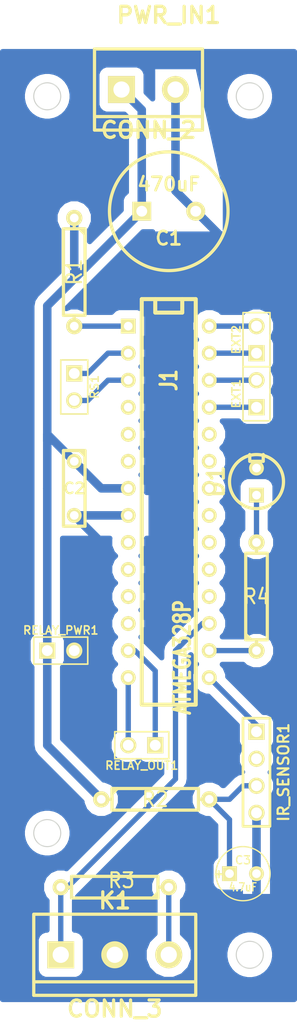
<source format=kicad_pcb>
(kicad_pcb (version 3) (host pcbnew "(2013-jul-07)-stable")

  (general
    (links 31)
    (no_connects 0)
    (area 196.215 103.6956 224.2946 200.4694)
    (thickness 1.6)
    (drawings 4)
    (tracks 53)
    (zones 0)
    (modules 17)
    (nets 18)
  )

  (page A3)
  (layers
    (15 F.Cu signal)
    (0 B.Cu signal)
    (17 F.Adhes user)
    (19 F.Paste user)
    (21 F.SilkS user)
    (23 F.Mask user)
    (28 Edge.Cuts user)
  )

  (setup
    (last_trace_width 0.8)
    (trace_clearance 0.8)
    (zone_clearance 0.8)
    (zone_45_only no)
    (trace_min 0.254)
    (segment_width 0.2)
    (edge_width 0.1)
    (via_size 0.889)
    (via_drill 0.635)
    (via_min_size 0.889)
    (via_min_drill 0.508)
    (uvia_size 0.508)
    (uvia_drill 0.127)
    (uvias_allowed no)
    (uvia_min_size 0.508)
    (uvia_min_drill 0.127)
    (pcb_text_width 0.3)
    (pcb_text_size 1.5 1.5)
    (mod_edge_width 0.15)
    (mod_text_size 1 1)
    (mod_text_width 0.15)
    (pad_size 1.5 1.5)
    (pad_drill 0.8)
    (pad_to_mask_clearance 0.2)
    (solder_mask_min_width 0.3)
    (aux_axis_origin 0 0)
    (visible_elements FFFFFFBF)
    (pcbplotparams
      (layerselection 10485761)
      (usegerberextensions false)
      (excludeedgelayer true)
      (linewidth 0.150000)
      (plotframeref false)
      (viasonmask false)
      (mode 1)
      (useauxorigin false)
      (hpglpennumber 1)
      (hpglpenspeed 20)
      (hpglpendiameter 15)
      (hpglpenoverlay 2)
      (psnegative false)
      (psa4output false)
      (plotreference true)
      (plotvalue true)
      (plotothertext true)
      (plotinvisibletext false)
      (padsonsilk false)
      (subtractmaskfromsilk false)
      (outputformat 5)
      (mirror false)
      (drillshape 0)
      (scaleselection 1)
      (outputdirectory output/))
  )

  (net 0 "")
  (net 1 /5V)
  (net 2 /A0)
  (net 3 /A1)
  (net 4 /EN_R1)
  (net 5 /EN_R2)
  (net 6 /IR)
  (net 7 /LED_EN)
  (net 8 /PWR_DIS)
  (net 9 /PWR_DIS_REMOTE)
  (net 10 /SCL)
  (net 11 /SDA)
  (net 12 GND)
  (net 13 N-0000017)
  (net 14 N-0000023)
  (net 15 N-0000028)
  (net 16 N-0000031)
  (net 17 N-0000032)

  (net_class Default "This is the default net class."
    (clearance 0.8)
    (trace_width 0.8)
    (via_dia 0.889)
    (via_drill 0.635)
    (uvia_dia 0.508)
    (uvia_drill 0.127)
    (add_net "")
    (add_net /5V)
    (add_net GND)
  )

  (net_class SIG ""
    (clearance 0.5)
    (trace_width 0.5)
    (via_dia 0.889)
    (via_drill 0.635)
    (uvia_dia 0.508)
    (uvia_drill 0.127)
    (add_net /A0)
    (add_net /A1)
    (add_net /EN_R1)
    (add_net /EN_R2)
    (add_net /IR)
    (add_net /LED_EN)
    (add_net /PWR_DIS)
    (add_net /PWR_DIS_REMOTE)
    (add_net /SCL)
    (add_net /SDA)
    (add_net N-0000017)
    (add_net N-0000023)
    (add_net N-0000028)
    (add_net N-0000031)
    (add_net N-0000032)
  )

  (module R4 (layer F.Cu) (tedit 200000) (tstamp 53945C99)
    (at 210.82 179.07)
    (descr "Resitance 4 pas")
    (tags R)
    (path /53945644)
    (autoplace_cost180 10)
    (fp_text reference R2 (at 0 0) (layer F.SilkS)
      (effects (font (size 1.397 1.27) (thickness 0.2032)))
    )
    (fp_text value 100R (at 0 0) (layer F.SilkS) hide
      (effects (font (size 1.397 1.27) (thickness 0.2032)))
    )
    (fp_line (start -5.08 0) (end -4.064 0) (layer F.SilkS) (width 0.3048))
    (fp_line (start -4.064 0) (end -4.064 -1.016) (layer F.SilkS) (width 0.3048))
    (fp_line (start -4.064 -1.016) (end 4.064 -1.016) (layer F.SilkS) (width 0.3048))
    (fp_line (start 4.064 -1.016) (end 4.064 1.016) (layer F.SilkS) (width 0.3048))
    (fp_line (start 4.064 1.016) (end -4.064 1.016) (layer F.SilkS) (width 0.3048))
    (fp_line (start -4.064 1.016) (end -4.064 0) (layer F.SilkS) (width 0.3048))
    (fp_line (start -4.064 -0.508) (end -3.556 -1.016) (layer F.SilkS) (width 0.3048))
    (fp_line (start 5.08 0) (end 4.064 0) (layer F.SilkS) (width 0.3048))
    (pad 1 thru_hole circle (at -5.08 0) (size 1.524 1.524) (drill 0.8128)
      (layers *.Cu *.Mask F.SilkS)
      (net 1 /5V)
    )
    (pad 2 thru_hole circle (at 5.08 0) (size 1.524 1.524) (drill 0.8128)
      (layers *.Cu *.Mask F.SilkS)
      (net 16 N-0000031)
    )
    (model discret/resistor.wrl
      (at (xyz 0 0 0))
      (scale (xyz 0.4 0.4 0.4))
      (rotate (xyz 0 0 0))
    )
  )

  (module R4 (layer F.Cu) (tedit 200000) (tstamp 53945CA7)
    (at 203.2 129.54 270)
    (descr "Resitance 4 pas")
    (tags R)
    (path /53945647)
    (autoplace_cost180 10)
    (fp_text reference R1 (at 0 0 270) (layer F.SilkS)
      (effects (font (size 1.397 1.27) (thickness 0.2032)))
    )
    (fp_text value 4.7K (at 0 0 270) (layer F.SilkS) hide
      (effects (font (size 1.397 1.27) (thickness 0.2032)))
    )
    (fp_line (start -5.08 0) (end -4.064 0) (layer F.SilkS) (width 0.3048))
    (fp_line (start -4.064 0) (end -4.064 -1.016) (layer F.SilkS) (width 0.3048))
    (fp_line (start -4.064 -1.016) (end 4.064 -1.016) (layer F.SilkS) (width 0.3048))
    (fp_line (start 4.064 -1.016) (end 4.064 1.016) (layer F.SilkS) (width 0.3048))
    (fp_line (start 4.064 1.016) (end -4.064 1.016) (layer F.SilkS) (width 0.3048))
    (fp_line (start -4.064 1.016) (end -4.064 0) (layer F.SilkS) (width 0.3048))
    (fp_line (start -4.064 -0.508) (end -3.556 -1.016) (layer F.SilkS) (width 0.3048))
    (fp_line (start 5.08 0) (end 4.064 0) (layer F.SilkS) (width 0.3048))
    (pad 1 thru_hole circle (at -5.08 0 270) (size 1.524 1.524) (drill 0.8128)
      (layers *.Cu *.Mask F.SilkS)
      (net 1 /5V)
    )
    (pad 2 thru_hole circle (at 5.08 0 270) (size 1.524 1.524) (drill 0.8128)
      (layers *.Cu *.Mask F.SilkS)
      (net 15 N-0000028)
    )
    (model discret/resistor.wrl
      (at (xyz 0 0 0))
      (scale (xyz 0.4 0.4 0.4))
      (rotate (xyz 0 0 0))
    )
  )

  (module R4 (layer F.Cu) (tedit 53945EBC) (tstamp 53945CB5)
    (at 207.01 187.325 180)
    (descr "Resitance 4 pas")
    (tags R)
    (path /53945DAC)
    (autoplace_cost180 10)
    (fp_text reference R3 (at -0.635 0.635 180) (layer F.SilkS)
      (effects (font (size 1.397 1.27) (thickness 0.2032)))
    )
    (fp_text value 10K (at 0 0 180) (layer F.SilkS) hide
      (effects (font (size 1.397 1.27) (thickness 0.2032)))
    )
    (fp_line (start -5.08 0) (end -4.064 0) (layer F.SilkS) (width 0.3048))
    (fp_line (start -4.064 0) (end -4.064 -1.016) (layer F.SilkS) (width 0.3048))
    (fp_line (start -4.064 -1.016) (end 4.064 -1.016) (layer F.SilkS) (width 0.3048))
    (fp_line (start 4.064 -1.016) (end 4.064 1.016) (layer F.SilkS) (width 0.3048))
    (fp_line (start 4.064 1.016) (end -4.064 1.016) (layer F.SilkS) (width 0.3048))
    (fp_line (start -4.064 1.016) (end -4.064 0) (layer F.SilkS) (width 0.3048))
    (fp_line (start -4.064 -0.508) (end -3.556 -1.016) (layer F.SilkS) (width 0.3048))
    (fp_line (start 5.08 0) (end 4.064 0) (layer F.SilkS) (width 0.3048))
    (pad 1 thru_hole circle (at -5.08 0 180) (size 1.524 1.524) (drill 0.8128)
      (layers *.Cu *.Mask F.SilkS)
      (net 9 /PWR_DIS_REMOTE)
    )
    (pad 2 thru_hole circle (at 5.08 0 180) (size 1.524 1.524) (drill 0.8128)
      (layers *.Cu *.Mask F.SilkS)
      (net 8 /PWR_DIS)
    )
    (model discret/resistor.wrl
      (at (xyz 0 0 0))
      (scale (xyz 0.4 0.4 0.4))
      (rotate (xyz 0 0 0))
    )
  )

  (module PIN_ARRAY_4x1 (layer F.Cu) (tedit 4C10F42E) (tstamp 53945CCD)
    (at 220.345 176.53 270)
    (descr "Double rangee de contacts 2 x 5 pins")
    (tags CONN)
    (path /53945914)
    (fp_text reference IR_SENSOR1 (at 0 -2.54 270) (layer F.SilkS)
      (effects (font (size 1.016 1.016) (thickness 0.2032)))
    )
    (fp_text value CONN_4 (at 0 2.54 270) (layer F.SilkS) hide
      (effects (font (size 1.016 1.016) (thickness 0.2032)))
    )
    (fp_line (start 5.08 1.27) (end -5.08 1.27) (layer F.SilkS) (width 0.254))
    (fp_line (start 5.08 -1.27) (end -5.08 -1.27) (layer F.SilkS) (width 0.254))
    (fp_line (start -5.08 -1.27) (end -5.08 1.27) (layer F.SilkS) (width 0.254))
    (fp_line (start 5.08 1.27) (end 5.08 -1.27) (layer F.SilkS) (width 0.254))
    (pad 1 thru_hole rect (at -3.81 0 270) (size 1.524 1.524) (drill 1.016)
      (layers *.Cu *.Mask F.SilkS)
      (net 6 /IR)
    )
    (pad 2 thru_hole circle (at -1.27 0 270) (size 1.524 1.524) (drill 1.016)
      (layers *.Cu *.Mask F.SilkS)
    )
    (pad 3 thru_hole circle (at 1.27 0 270) (size 1.524 1.524) (drill 1.016)
      (layers *.Cu *.Mask F.SilkS)
      (net 16 N-0000031)
    )
    (pad 4 thru_hole circle (at 3.81 0 270) (size 1.524 1.524) (drill 1.016)
      (layers *.Cu *.Mask F.SilkS)
      (net 12 GND)
    )
    (model pin_array\pins_array_4x1.wrl
      (at (xyz 0 0 0))
      (scale (xyz 1 1 1))
      (rotate (xyz 0 0 0))
    )
  )

  (module PIN_ARRAY_2X1 (layer F.Cu) (tedit 4565C520) (tstamp 53945CF9)
    (at 203.2 140.335 270)
    (descr "Connecteurs 2 pins")
    (tags "CONN DEV")
    (path /53945646)
    (fp_text reference RS1 (at 0 -1.905 270) (layer F.SilkS)
      (effects (font (size 0.762 0.762) (thickness 0.1524)))
    )
    (fp_text value CONN_2 (at 0 -1.905 270) (layer F.SilkS) hide
      (effects (font (size 0.762 0.762) (thickness 0.1524)))
    )
    (fp_line (start -2.54 1.27) (end -2.54 -1.27) (layer F.SilkS) (width 0.1524))
    (fp_line (start -2.54 -1.27) (end 2.54 -1.27) (layer F.SilkS) (width 0.1524))
    (fp_line (start 2.54 -1.27) (end 2.54 1.27) (layer F.SilkS) (width 0.1524))
    (fp_line (start 2.54 1.27) (end -2.54 1.27) (layer F.SilkS) (width 0.1524))
    (pad 1 thru_hole rect (at -1.27 0 270) (size 1.524 1.524) (drill 1.016)
      (layers *.Cu *.Mask F.SilkS)
      (net 17 N-0000032)
    )
    (pad 2 thru_hole circle (at 1.27 0 270) (size 1.524 1.524) (drill 1.016)
      (layers *.Cu *.Mask F.SilkS)
      (net 14 N-0000023)
    )
    (model pin_array/pins_array_2x1.wrl
      (at (xyz 0 0 0))
      (scale (xyz 1 1 1))
      (rotate (xyz 0 0 0))
    )
  )

  (module PIN_ARRAY_2X1 (layer F.Cu) (tedit 4565C520) (tstamp 53945D03)
    (at 220.345 135.89 90)
    (descr "Connecteurs 2 pins")
    (tags "CONN DEV")
    (path /5394564A)
    (fp_text reference EXT2 (at 0 -1.905 90) (layer F.SilkS)
      (effects (font (size 0.762 0.762) (thickness 0.1524)))
    )
    (fp_text value CONN_2 (at 0 -1.905 90) (layer F.SilkS) hide
      (effects (font (size 0.762 0.762) (thickness 0.1524)))
    )
    (fp_line (start -2.54 1.27) (end -2.54 -1.27) (layer F.SilkS) (width 0.1524))
    (fp_line (start -2.54 -1.27) (end 2.54 -1.27) (layer F.SilkS) (width 0.1524))
    (fp_line (start 2.54 -1.27) (end 2.54 1.27) (layer F.SilkS) (width 0.1524))
    (fp_line (start 2.54 1.27) (end -2.54 1.27) (layer F.SilkS) (width 0.1524))
    (pad 1 thru_hole rect (at -1.27 0 90) (size 1.524 1.524) (drill 1.016)
      (layers *.Cu *.Mask F.SilkS)
      (net 11 /SDA)
    )
    (pad 2 thru_hole circle (at 1.27 0 90) (size 1.524 1.524) (drill 1.016)
      (layers *.Cu *.Mask F.SilkS)
      (net 10 /SCL)
    )
    (model pin_array/pins_array_2x1.wrl
      (at (xyz 0 0 0))
      (scale (xyz 1 1 1))
      (rotate (xyz 0 0 0))
    )
  )

  (module PIN_ARRAY_2X1 (layer F.Cu) (tedit 4565C520) (tstamp 53945D0D)
    (at 220.345 140.97 90)
    (descr "Connecteurs 2 pins")
    (tags "CONN DEV")
    (path /53945AAE)
    (fp_text reference EXT1 (at 0 -1.905 90) (layer F.SilkS)
      (effects (font (size 0.762 0.762) (thickness 0.1524)))
    )
    (fp_text value CONN_2 (at 0 -1.905 90) (layer F.SilkS) hide
      (effects (font (size 0.762 0.762) (thickness 0.1524)))
    )
    (fp_line (start -2.54 1.27) (end -2.54 -1.27) (layer F.SilkS) (width 0.1524))
    (fp_line (start -2.54 -1.27) (end 2.54 -1.27) (layer F.SilkS) (width 0.1524))
    (fp_line (start 2.54 -1.27) (end 2.54 1.27) (layer F.SilkS) (width 0.1524))
    (fp_line (start 2.54 1.27) (end -2.54 1.27) (layer F.SilkS) (width 0.1524))
    (pad 1 thru_hole rect (at -1.27 0 90) (size 1.524 1.524) (drill 1.016)
      (layers *.Cu *.Mask F.SilkS)
      (net 2 /A0)
    )
    (pad 2 thru_hole circle (at 1.27 0 90) (size 1.524 1.524) (drill 1.016)
      (layers *.Cu *.Mask F.SilkS)
      (net 3 /A1)
    )
    (model pin_array/pins_array_2x1.wrl
      (at (xyz 0 0 0))
      (scale (xyz 1 1 1))
      (rotate (xyz 0 0 0))
    )
  )

  (module DIP-28__300 (layer F.Cu) (tedit 53945C96) (tstamp 53945D3E)
    (at 212.09 151.13 270)
    (descr "28 pins DIL package, round pads, width 300mil")
    (tags DIL)
    (path /5394563A)
    (fp_text reference J1 (at -11.43 0 270) (layer F.SilkS)
      (effects (font (size 1.524 1.143) (thickness 0.3048)))
    )
    (fp_text value ATMEGA328P (at 14.605 -1.27 270) (layer F.SilkS)
      (effects (font (size 1.524 1.143) (thickness 0.3048)))
    )
    (fp_line (start -19.05 -2.54) (end 19.05 -2.54) (layer F.SilkS) (width 0.381))
    (fp_line (start 19.05 -2.54) (end 19.05 2.54) (layer F.SilkS) (width 0.381))
    (fp_line (start 19.05 2.54) (end -19.05 2.54) (layer F.SilkS) (width 0.381))
    (fp_line (start -19.05 2.54) (end -19.05 -2.54) (layer F.SilkS) (width 0.381))
    (fp_line (start -19.05 -1.27) (end -17.78 -1.27) (layer F.SilkS) (width 0.381))
    (fp_line (start -17.78 -1.27) (end -17.78 1.27) (layer F.SilkS) (width 0.381))
    (fp_line (start -17.78 1.27) (end -19.05 1.27) (layer F.SilkS) (width 0.381))
    (pad 2 thru_hole circle (at -13.97 3.81 270) (size 1.397 1.397) (drill 0.8128)
      (layers *.Cu *.Mask F.SilkS)
      (net 17 N-0000032)
    )
    (pad 3 thru_hole circle (at -11.43 3.81 270) (size 1.397 1.397) (drill 0.8128)
      (layers *.Cu *.Mask F.SilkS)
      (net 14 N-0000023)
    )
    (pad 4 thru_hole circle (at -8.89 3.81 270) (size 1.397 1.397) (drill 0.8128)
      (layers *.Cu *.Mask F.SilkS)
    )
    (pad 5 thru_hole circle (at -6.35 3.81 270) (size 1.397 1.397) (drill 0.8128)
      (layers *.Cu *.Mask F.SilkS)
    )
    (pad 6 thru_hole circle (at -3.81 3.81 270) (size 1.397 1.397) (drill 0.8128)
      (layers *.Cu *.Mask F.SilkS)
    )
    (pad 7 thru_hole circle (at -1.27 3.81 270) (size 1.397 1.397) (drill 0.8128)
      (layers *.Cu *.Mask F.SilkS)
      (net 1 /5V)
    )
    (pad 8 thru_hole circle (at 1.27 3.81 270) (size 1.397 1.397) (drill 0.8128)
      (layers *.Cu *.Mask F.SilkS)
      (net 12 GND)
    )
    (pad 9 thru_hole circle (at 3.81 3.81 270) (size 1.397 1.397) (drill 0.8128)
      (layers *.Cu *.Mask F.SilkS)
    )
    (pad 10 thru_hole circle (at 6.35 3.81 270) (size 1.397 1.397) (drill 0.8128)
      (layers *.Cu *.Mask F.SilkS)
    )
    (pad 11 thru_hole circle (at 8.89 3.81 270) (size 1.397 1.397) (drill 0.8128)
      (layers *.Cu *.Mask F.SilkS)
    )
    (pad 12 thru_hole circle (at 11.43 3.81 270) (size 1.397 1.397) (drill 0.8128)
      (layers *.Cu *.Mask F.SilkS)
    )
    (pad 13 thru_hole circle (at 13.97 3.81 270) (size 1.397 1.397) (drill 0.8128)
      (layers *.Cu *.Mask F.SilkS)
      (net 4 /EN_R1)
    )
    (pad 14 thru_hole circle (at 16.51 3.81 270) (size 1.397 1.397) (drill 0.8128)
      (layers *.Cu *.Mask F.SilkS)
      (net 5 /EN_R2)
    )
    (pad 1 thru_hole rect (at -16.51 3.81 270) (size 1.397 1.397) (drill 0.8128)
      (layers *.Cu *.Mask F.SilkS)
      (net 15 N-0000028)
    )
    (pad 15 thru_hole circle (at 16.51 -3.81 270) (size 1.397 1.397) (drill 0.8128)
      (layers *.Cu *.Mask F.SilkS)
      (net 6 /IR)
    )
    (pad 16 thru_hole circle (at 13.97 -3.81 270) (size 1.397 1.397) (drill 0.8128)
      (layers *.Cu *.Mask F.SilkS)
      (net 7 /LED_EN)
    )
    (pad 17 thru_hole circle (at 11.43 -3.81 270) (size 1.397 1.397) (drill 0.8128)
      (layers *.Cu *.Mask F.SilkS)
      (net 8 /PWR_DIS)
    )
    (pad 18 thru_hole circle (at 8.89 -3.81 270) (size 1.397 1.397) (drill 0.8128)
      (layers *.Cu *.Mask F.SilkS)
    )
    (pad 19 thru_hole circle (at 6.35 -3.81 270) (size 1.397 1.397) (drill 0.8128)
      (layers *.Cu *.Mask F.SilkS)
    )
    (pad 20 thru_hole circle (at 3.81 -3.81 270) (size 1.397 1.397) (drill 0.8128)
      (layers *.Cu *.Mask F.SilkS)
    )
    (pad 21 thru_hole circle (at 1.27 -3.81 270) (size 1.397 1.397) (drill 0.8128)
      (layers *.Cu *.Mask F.SilkS)
    )
    (pad 22 thru_hole circle (at -1.27 -3.81 270) (size 1.397 1.397) (drill 0.8128)
      (layers *.Cu *.Mask F.SilkS)
    )
    (pad 23 thru_hole circle (at -3.81 -3.81 270) (size 1.397 1.397) (drill 0.8128)
      (layers *.Cu *.Mask F.SilkS)
    )
    (pad 24 thru_hole circle (at -6.35 -3.81 270) (size 1.397 1.397) (drill 0.8128)
      (layers *.Cu *.Mask F.SilkS)
    )
    (pad 25 thru_hole circle (at -8.89 -3.81 270) (size 1.397 1.397) (drill 0.8128)
      (layers *.Cu *.Mask F.SilkS)
      (net 2 /A0)
    )
    (pad 26 thru_hole circle (at -11.43 -3.81 270) (size 1.397 1.397) (drill 0.8128)
      (layers *.Cu *.Mask F.SilkS)
      (net 3 /A1)
    )
    (pad 27 thru_hole circle (at -13.97 -3.81 270) (size 1.397 1.397) (drill 0.8128)
      (layers *.Cu *.Mask F.SilkS)
      (net 11 /SDA)
    )
    (pad 28 thru_hole circle (at -16.51 -3.81 270) (size 1.397 1.397) (drill 0.8128)
      (layers *.Cu *.Mask F.SilkS)
      (net 10 /SCL)
    )
    (model dil/dil_28-w300.wrl
      (at (xyz 0 0 0))
      (scale (xyz 1 1 1))
      (rotate (xyz 0 0 0))
    )
  )

  (module C2V10 (layer F.Cu) (tedit 41854742) (tstamp 53945D45)
    (at 212.09 123.825)
    (descr "Condensateur polarise")
    (tags CP)
    (path /5394565C)
    (fp_text reference C1 (at 0 2.54) (layer F.SilkS)
      (effects (font (size 1.27 1.27) (thickness 0.254)))
    )
    (fp_text value 470uF (at 0 -2.54) (layer F.SilkS)
      (effects (font (size 1.27 1.27) (thickness 0.254)))
    )
    (fp_circle (center 0 0) (end 4.826 -2.794) (layer F.SilkS) (width 0.3048))
    (pad 1 thru_hole rect (at -2.54 0) (size 1.778 1.778) (drill 1.016)
      (layers *.Cu *.Mask F.SilkS)
      (net 1 /5V)
    )
    (pad 2 thru_hole circle (at 2.54 0) (size 1.778 1.778) (drill 1.016)
      (layers *.Cu *.Mask F.SilkS)
      (net 12 GND)
    )
    (model discret/c_vert_c2v10.wrl
      (at (xyz 0 0 0))
      (scale (xyz 1 1 1))
      (rotate (xyz 0 0 0))
    )
  )

  (module C2 (layer F.Cu) (tedit 53945F91) (tstamp 53945D50)
    (at 203.2 149.86 270)
    (descr "Condensateur = 2 pas")
    (tags C)
    (path /5394563E)
    (fp_text reference C2 (at 0 0 360) (layer F.SilkS)
      (effects (font (size 1.016 1.016) (thickness 0.2032)))
    )
    (fp_text value 100nF (at 0 0 270) (layer F.SilkS) hide
      (effects (font (size 1.016 1.016) (thickness 0.2032)))
    )
    (fp_line (start -3.556 -1.016) (end 3.556 -1.016) (layer F.SilkS) (width 0.3048))
    (fp_line (start 3.556 -1.016) (end 3.556 1.016) (layer F.SilkS) (width 0.3048))
    (fp_line (start 3.556 1.016) (end -3.556 1.016) (layer F.SilkS) (width 0.3048))
    (fp_line (start -3.556 1.016) (end -3.556 -1.016) (layer F.SilkS) (width 0.3048))
    (fp_line (start -3.556 -0.508) (end -3.048 -1.016) (layer F.SilkS) (width 0.3048))
    (pad 1 thru_hole circle (at -2.54 0 270) (size 1.397 1.397) (drill 0.8128)
      (layers *.Cu *.Mask F.SilkS)
      (net 1 /5V)
    )
    (pad 2 thru_hole circle (at 2.54 0 270) (size 1.397 1.397) (drill 0.8128)
      (layers *.Cu *.Mask F.SilkS)
      (net 12 GND)
    )
    (model discret/capa_2pas_5x5mm.wrl
      (at (xyz 0 0 0))
      (scale (xyz 1 1 1))
      (rotate (xyz 0 0 0))
    )
  )

  (module C1V5 (layer F.Cu) (tedit 3E070CF4) (tstamp 53945D58)
    (at 219.075 186.055)
    (descr "Condensateur e = 1 pas")
    (tags C)
    (path /53945643)
    (fp_text reference C3 (at 0 -1.26746) (layer F.SilkS)
      (effects (font (size 0.762 0.762) (thickness 0.127)))
    )
    (fp_text value 4.7uF (at 0 1.27) (layer F.SilkS)
      (effects (font (size 0.762 0.635) (thickness 0.127)))
    )
    (fp_text user + (at -2.286 0) (layer F.SilkS)
      (effects (font (size 0.762 0.762) (thickness 0.2032)))
    )
    (fp_circle (center 0 0) (end 0.127 -2.54) (layer F.SilkS) (width 0.127))
    (pad 1 thru_hole rect (at -1.27 0) (size 1.397 1.397) (drill 0.8128)
      (layers *.Cu *.Mask F.SilkS)
      (net 16 N-0000031)
    )
    (pad 2 thru_hole circle (at 1.27 0) (size 1.397 1.397) (drill 0.8128)
      (layers *.Cu *.Mask F.SilkS)
      (net 12 GND)
    )
    (model discret/c_vert_c1v5.wrl
      (at (xyz 0 0 0))
      (scale (xyz 1 1 1))
      (rotate (xyz 0 0 0))
    )
  )

  (module bornier2 (layer F.Cu) (tedit 5394610F) (tstamp 53945D6E)
    (at 210.185 112.395)
    (descr "Bornier d'alimentation 2 pins")
    (tags DEV)
    (path /53945649)
    (fp_text reference PWR_IN1 (at 1.905 -6.985) (layer F.SilkS)
      (effects (font (size 1.524 1.524) (thickness 0.3048)))
    )
    (fp_text value CONN_2 (at 0 3.81) (layer F.SilkS)
      (effects (font (size 1.524 1.524) (thickness 0.3048)))
    )
    (fp_line (start 5.08 2.54) (end -5.08 2.54) (layer F.SilkS) (width 0.3048))
    (fp_line (start 5.08 3.81) (end 5.08 -3.81) (layer F.SilkS) (width 0.3048))
    (fp_line (start 5.08 -3.81) (end -5.08 -3.81) (layer F.SilkS) (width 0.3048))
    (fp_line (start -5.08 -3.81) (end -5.08 3.81) (layer F.SilkS) (width 0.3048))
    (fp_line (start -5.08 3.81) (end 5.08 3.81) (layer F.SilkS) (width 0.3048))
    (pad 1 thru_hole rect (at -2.54 0) (size 2.54 2.54) (drill 1.524)
      (layers *.Cu *.Mask F.SilkS)
      (net 1 /5V)
    )
    (pad 2 thru_hole circle (at 2.54 0) (size 2.54 2.54) (drill 1.524)
      (layers *.Cu *.Mask F.SilkS)
      (net 12 GND)
    )
    (model device/bornier_2.wrl
      (at (xyz 0 0 0))
      (scale (xyz 1 1 1))
      (rotate (xyz 0 0 0))
    )
  )

  (module R4 (layer F.Cu) (tedit 53946829) (tstamp 53945E12)
    (at 220.345 160.02 90)
    (descr "Resitance 4 pas")
    (tags R)
    (path /53946C3B)
    (autoplace_cost180 10)
    (fp_text reference R4 (at 0 0 180) (layer F.SilkS)
      (effects (font (size 1.397 1.27) (thickness 0.2032)))
    )
    (fp_text value 680R (at 0 0 90) (layer F.SilkS) hide
      (effects (font (size 1.397 1.27) (thickness 0.2032)))
    )
    (fp_line (start -5.08 0) (end -4.064 0) (layer F.SilkS) (width 0.3048))
    (fp_line (start -4.064 0) (end -4.064 -1.016) (layer F.SilkS) (width 0.3048))
    (fp_line (start -4.064 -1.016) (end 4.064 -1.016) (layer F.SilkS) (width 0.3048))
    (fp_line (start 4.064 -1.016) (end 4.064 1.016) (layer F.SilkS) (width 0.3048))
    (fp_line (start 4.064 1.016) (end -4.064 1.016) (layer F.SilkS) (width 0.3048))
    (fp_line (start -4.064 1.016) (end -4.064 0) (layer F.SilkS) (width 0.3048))
    (fp_line (start -4.064 -0.508) (end -3.556 -1.016) (layer F.SilkS) (width 0.3048))
    (fp_line (start 5.08 0) (end 4.064 0) (layer F.SilkS) (width 0.3048))
    (pad 1 thru_hole circle (at -5.08 0 90) (size 1.524 1.524) (drill 0.8128)
      (layers *.Cu *.Mask F.SilkS)
      (net 7 /LED_EN)
    )
    (pad 2 thru_hole circle (at 5.08 0 90) (size 1.524 1.524) (drill 0.8128)
      (layers *.Cu *.Mask F.SilkS)
      (net 13 N-0000017)
    )
    (model discret/resistor.wrl
      (at (xyz 0 0 0))
      (scale (xyz 0.4 0.4 0.4))
      (rotate (xyz 0 0 0))
    )
  )

  (module LEDV (layer F.Cu) (tedit 200000) (tstamp 53945E1C)
    (at 220.345 149.225 90)
    (descr "Led verticale diam 6mm")
    (tags "LED DEV")
    (path /53946C43)
    (fp_text reference D1 (at 0 -3.81 90) (layer F.SilkS)
      (effects (font (size 1.524 1.524) (thickness 0.3048)))
    )
    (fp_text value LED (at 0 -3.81 90) (layer F.SilkS) hide
      (effects (font (size 1.524 1.524) (thickness 0.3048)))
    )
    (fp_circle (center 0 0) (end -2.54 0) (layer F.SilkS) (width 0.3048))
    (fp_line (start 2.54 -0.635) (end 1.905 -0.635) (layer F.SilkS) (width 0.3048))
    (fp_line (start 1.905 -0.635) (end 1.905 0.635) (layer F.SilkS) (width 0.3048))
    (fp_line (start 1.905 0.635) (end 2.54 0.635) (layer F.SilkS) (width 0.3048))
    (pad 1 thru_hole rect (at -1.27 0 90) (size 1.397 1.397) (drill 0.8128)
      (layers *.Cu *.Mask F.SilkS)
      (net 13 N-0000017)
    )
    (pad 2 thru_hole circle (at 1.27 0 90) (size 1.397 1.397) (drill 0.8128)
      (layers *.Cu *.Mask F.SilkS)
      (net 12 GND)
    )
    (model discret/led5_vertical.wrl
      (at (xyz 0 0 0))
      (scale (xyz 1 1 1))
      (rotate (xyz 0 0 0))
    )
  )

  (module PIN_ARRAY_2X1 (layer F.Cu) (tedit 4565C520) (tstamp 53946068)
    (at 201.93 165.1)
    (descr "Connecteurs 2 pins")
    (tags "CONN DEV")
    (path /53947005)
    (fp_text reference RELAY_PWR1 (at 0 -1.905) (layer F.SilkS)
      (effects (font (size 0.762 0.762) (thickness 0.1524)))
    )
    (fp_text value CONN_2 (at 0 -1.905) (layer F.SilkS) hide
      (effects (font (size 0.762 0.762) (thickness 0.1524)))
    )
    (fp_line (start -2.54 1.27) (end -2.54 -1.27) (layer F.SilkS) (width 0.1524))
    (fp_line (start -2.54 -1.27) (end 2.54 -1.27) (layer F.SilkS) (width 0.1524))
    (fp_line (start 2.54 -1.27) (end 2.54 1.27) (layer F.SilkS) (width 0.1524))
    (fp_line (start 2.54 1.27) (end -2.54 1.27) (layer F.SilkS) (width 0.1524))
    (pad 1 thru_hole rect (at -1.27 0) (size 1.524 1.524) (drill 1.016)
      (layers *.Cu *.Mask F.SilkS)
      (net 1 /5V)
    )
    (pad 2 thru_hole circle (at 1.27 0) (size 1.524 1.524) (drill 1.016)
      (layers *.Cu *.Mask F.SilkS)
      (net 12 GND)
    )
    (model pin_array/pins_array_2x1.wrl
      (at (xyz 0 0 0))
      (scale (xyz 1 1 1))
      (rotate (xyz 0 0 0))
    )
  )

  (module PIN_ARRAY_2X1 (layer F.Cu) (tedit 4565C520) (tstamp 53945CC1)
    (at 209.55 173.99 180)
    (descr "Connecteurs 2 pins")
    (tags "CONN DEV")
    (path /5394700D)
    (fp_text reference RELAY_OUT1 (at 0 -1.905 180) (layer F.SilkS)
      (effects (font (size 0.762 0.762) (thickness 0.1524)))
    )
    (fp_text value CONN_2 (at 0 -1.905 180) (layer F.SilkS) hide
      (effects (font (size 0.762 0.762) (thickness 0.1524)))
    )
    (fp_line (start -2.54 1.27) (end -2.54 -1.27) (layer F.SilkS) (width 0.1524))
    (fp_line (start -2.54 -1.27) (end 2.54 -1.27) (layer F.SilkS) (width 0.1524))
    (fp_line (start 2.54 -1.27) (end 2.54 1.27) (layer F.SilkS) (width 0.1524))
    (fp_line (start 2.54 1.27) (end -2.54 1.27) (layer F.SilkS) (width 0.1524))
    (pad 1 thru_hole rect (at -1.27 0 180) (size 1.524 1.524) (drill 1.016)
      (layers *.Cu *.Mask F.SilkS)
      (net 4 /EN_R1)
    )
    (pad 2 thru_hole circle (at 1.27 0 180) (size 1.524 1.524) (drill 1.016)
      (layers *.Cu *.Mask F.SilkS)
      (net 5 /EN_R2)
    )
    (model pin_array/pins_array_2x1.wrl
      (at (xyz 0 0 0))
      (scale (xyz 1 1 1))
      (rotate (xyz 0 0 0))
    )
  )

  (module bornier3 (layer F.Cu) (tedit 3EC0ECFA) (tstamp 539467C8)
    (at 207.01 193.675)
    (descr "Bornier d'alimentation 3 pins")
    (tags DEV)
    (path /5394684B)
    (fp_text reference K1 (at 0 -5.08) (layer F.SilkS)
      (effects (font (size 1.524 1.524) (thickness 0.3048)))
    )
    (fp_text value CONN_3 (at 0 5.08) (layer F.SilkS)
      (effects (font (size 1.524 1.524) (thickness 0.3048)))
    )
    (fp_line (start -7.62 3.81) (end -7.62 -3.81) (layer F.SilkS) (width 0.3048))
    (fp_line (start 7.62 3.81) (end 7.62 -3.81) (layer F.SilkS) (width 0.3048))
    (fp_line (start -7.62 2.54) (end 7.62 2.54) (layer F.SilkS) (width 0.3048))
    (fp_line (start -7.62 -3.81) (end 7.62 -3.81) (layer F.SilkS) (width 0.3048))
    (fp_line (start -7.62 3.81) (end 7.62 3.81) (layer F.SilkS) (width 0.3048))
    (pad 1 thru_hole rect (at -5.08 0) (size 2.54 2.54) (drill 1.524)
      (layers *.Cu *.Mask F.SilkS)
      (net 8 /PWR_DIS)
    )
    (pad 2 thru_hole circle (at 0 0) (size 2.54 2.54) (drill 1.524)
      (layers *.Cu *.Mask F.SilkS)
      (net 12 GND)
    )
    (pad 3 thru_hole circle (at 5.08 0) (size 2.54 2.54) (drill 1.524)
      (layers *.Cu *.Mask F.SilkS)
      (net 9 /PWR_DIS_REMOTE)
    )
    (model device/bornier_3.wrl
      (at (xyz 0 0 0))
      (scale (xyz 1 1 1))
      (rotate (xyz 0 0 0))
    )
  )

  (gr_circle (center 219.71 193.675) (end 218.44 193.675) (layer Edge.Cuts) (width 0.1))
  (gr_circle (center 219.71 113.03) (end 220.98 113.03) (layer Edge.Cuts) (width 0.1))
  (gr_circle (center 200.66 113.03) (end 201.93 113.03) (layer Edge.Cuts) (width 0.1))
  (gr_circle (center 200.66 182.245) (end 201.93 182.245) (layer Edge.Cuts) (width 0.1))

  (segment (start 203.2 147.32) (end 200.66 144.78) (width 0.8) (layer B.Cu) (net 1))
  (segment (start 200.66 144.78) (end 200.66 145.415) (width 0.8) (layer B.Cu) (net 1) (tstamp 53946976))
  (segment (start 208.28 149.86) (end 205.74 149.86) (width 0.8) (layer B.Cu) (net 1))
  (segment (start 205.74 149.86) (end 203.2 147.32) (width 0.8) (layer B.Cu) (net 1) (tstamp 53946973))
  (segment (start 209.55 123.825) (end 209.55 114.3) (width 0.8) (layer B.Cu) (net 1))
  (segment (start 209.55 114.3) (end 207.645 112.395) (width 0.8) (layer B.Cu) (net 1) (tstamp 5394692E))
  (segment (start 203.2 124.46) (end 203.2 130.175) (width 0.8) (layer B.Cu) (net 1))
  (segment (start 200.66 149.86) (end 200.66 145.415) (width 0.8) (layer B.Cu) (net 1))
  (segment (start 200.66 145.415) (end 200.66 132.715) (width 0.8) (layer B.Cu) (net 1) (tstamp 5394697C))
  (segment (start 200.66 132.715) (end 203.2 130.175) (width 0.8) (layer B.Cu) (net 1) (tstamp 53946925))
  (segment (start 203.2 130.175) (end 209.55 123.825) (width 0.8) (layer B.Cu) (net 1) (tstamp 5394692B))
  (segment (start 200.66 165.1) (end 200.66 149.86) (width 0.8) (layer B.Cu) (net 1))
  (segment (start 205.74 179.07) (end 200.66 173.99) (width 0.8) (layer B.Cu) (net 1))
  (segment (start 200.66 173.99) (end 200.66 165.1) (width 0.8) (layer B.Cu) (net 1) (tstamp 539468F5))
  (segment (start 215.9 142.24) (end 220.345 142.24) (width 0.5) (layer B.Cu) (net 2))
  (segment (start 215.9 139.7) (end 220.345 139.7) (width 0.5) (layer B.Cu) (net 3))
  (segment (start 208.28 165.1) (end 208.915 165.1) (width 0.5) (layer B.Cu) (net 4))
  (segment (start 210.82 167.005) (end 210.82 173.99) (width 0.5) (layer B.Cu) (net 4) (tstamp 539469E3))
  (segment (start 208.915 165.1) (end 210.82 167.005) (width 0.5) (layer B.Cu) (net 4) (tstamp 539469E2))
  (segment (start 208.28 167.64) (end 208.28 173.99) (width 0.5) (layer B.Cu) (net 5))
  (segment (start 220.345 172.72) (end 220.345 172.085) (width 0.5) (layer B.Cu) (net 6))
  (segment (start 220.345 172.085) (end 215.9 167.64) (width 0.5) (layer B.Cu) (net 6) (tstamp 53946934))
  (segment (start 220.345 165.1) (end 215.9 165.1) (width 0.5) (layer B.Cu) (net 7))
  (segment (start 215.9 162.56) (end 215.265 162.56) (width 0.5) (layer B.Cu) (net 8))
  (segment (start 215.265 162.56) (end 212.725 165.1) (width 0.5) (layer B.Cu) (net 8) (tstamp 53946C8E))
  (segment (start 201.93 187.325) (end 202.565 187.325) (width 0.5) (layer B.Cu) (net 8))
  (segment (start 202.565 187.325) (end 205.74 184.15) (width 0.5) (layer B.Cu) (net 8) (tstamp 53946C7C))
  (segment (start 205.74 184.15) (end 212.725 177.165) (width 0.5) (layer B.Cu) (net 8) (tstamp 53946C80))
  (segment (start 212.725 177.165) (end 212.725 165.1) (width 0.5) (layer B.Cu) (net 8) (tstamp 53946C82))
  (segment (start 201.93 193.675) (end 201.93 187.325) (width 0.5) (layer B.Cu) (net 8))
  (segment (start 212.09 193.675) (end 212.09 187.325) (width 0.5) (layer B.Cu) (net 9))
  (segment (start 215.9 134.62) (end 220.345 134.62) (width 0.5) (layer B.Cu) (net 10))
  (segment (start 215.9 137.16) (end 220.345 137.16) (width 0.5) (layer B.Cu) (net 11))
  (segment (start 214.63 123.825) (end 217.17 126.365) (width 0.8) (layer B.Cu) (net 12))
  (segment (start 212.725 112.395) (end 212.725 121.92) (width 0.8) (layer B.Cu) (net 12))
  (segment (start 212.725 121.92) (end 214.63 123.825) (width 0.8) (layer B.Cu) (net 12) (tstamp 53946BB6))
  (segment (start 220.345 186.055) (end 220.345 189.23) (width 0.8) (layer B.Cu) (net 12))
  (segment (start 220.345 189.23) (end 220.345 180.34) (width 0.8) (layer B.Cu) (net 12))
  (segment (start 203.2 152.4) (end 205.74 154.94) (width 0.8) (layer B.Cu) (net 12))
  (segment (start 208.28 152.4) (end 203.2 152.4) (width 0.8) (layer B.Cu) (net 12))
  (segment (start 220.345 154.94) (end 220.345 150.495) (width 0.5) (layer B.Cu) (net 13))
  (segment (start 203.2 141.605) (end 204.47 141.605) (width 0.5) (layer B.Cu) (net 14))
  (segment (start 206.375 139.7) (end 208.28 139.7) (width 0.5) (layer B.Cu) (net 14) (tstamp 5394691E))
  (segment (start 204.47 141.605) (end 206.375 139.7) (width 0.5) (layer B.Cu) (net 14) (tstamp 5394691D))
  (segment (start 203.2 134.62) (end 208.28 134.62) (width 0.5) (layer B.Cu) (net 15))
  (segment (start 215.9 179.07) (end 217.805 179.07) (width 0.5) (layer B.Cu) (net 16))
  (segment (start 217.805 179.07) (end 219.075 177.8) (width 0.5) (layer B.Cu) (net 16) (tstamp 53946B2B))
  (segment (start 217.805 186.055) (end 217.805 180.975) (width 0.5) (layer B.Cu) (net 16))
  (segment (start 217.805 180.975) (end 215.9 179.07) (width 0.5) (layer B.Cu) (net 16) (tstamp 53946B27))
  (segment (start 220.345 177.8) (end 219.075 177.8) (width 0.5) (layer B.Cu) (net 16))
  (segment (start 203.2 139.065) (end 204.47 139.065) (width 0.5) (layer B.Cu) (net 17))
  (segment (start 206.375 137.16) (end 208.28 137.16) (width 0.5) (layer B.Cu) (net 17) (tstamp 5394691A))
  (segment (start 204.47 139.065) (end 206.375 137.16) (width 0.5) (layer B.Cu) (net 17) (tstamp 53946919))

  (zone (net 12) (net_name GND) (layer B.Cu) (tstamp 5394612C) (hatch edge 0.508)
    (connect_pads yes (clearance 0.8))
    (min_thickness 0.5)
    (fill (arc_segments 16) (thermal_gap 0.508) (thermal_bridge_width 0.508))
    (polygon
      (pts
        (xy 224.155 198.12) (xy 224.155 108.585) (xy 196.215 108.585) (xy 196.215 198.12)
      )
    )
    (polygon
      (pts        (xy 210.185 150.495) (xy 210.185 154.305) (xy 201.295 154.305) (xy 201.295 150.495)
      )
    )
    (polygon
      (pts        (xy 221.615 179.07) (xy 221.615 187.96) (xy 219.075 187.96) (xy 219.075 179.07)
      )
    )
    (polygon
      (pts        (xy 210.82 110.49) (xy 210.82 125.73) (xy 217.17 125.73) (xy 217.17 121.92) (xy 214.63 110.49)
      )
    )
    (filled_polygon
      (pts
        (xy 223.905 197.87) (xy 222.157314 197.87) (xy 222.157314 177.441152) (xy 221.882034 176.774925) (xy 221.637555 176.530019)
        (xy 221.880243 176.287756) (xy 222.156685 175.62201) (xy 222.157314 174.901152) (xy 221.882034 174.234925) (xy 221.860544 174.213398)
        (xy 221.996627 174.077554) (xy 222.156816 173.691774) (xy 222.157181 173.274059) (xy 222.157181 171.750059) (xy 221.997665 171.364001)
        (xy 221.702554 171.068373) (xy 221.316774 170.908184) (xy 221.00639 170.907912) (xy 217.648579 167.550101) (xy 217.648803 167.293728)
        (xy 217.42 166.739983) (xy 217.38317 166.650848) (xy 217.132759 166.4) (xy 217.42 166.4) (xy 219.082411 166.4)
        (xy 219.317244 166.635243) (xy 219.98299 166.911685) (xy 220.703848 166.912314) (xy 221.370075 166.637034) (xy 221.880243 166.127756)
        (xy 222.156685 165.46201) (xy 222.157314 164.741152) (xy 222.157314 154.581152) (xy 221.882034 153.914925) (xy 221.645 153.677476)
        (xy 221.645 152.076677) (xy 221.933127 151.789054) (xy 222.093316 151.403274) (xy 222.093681 150.985559) (xy 222.093681 149.588559)
        (xy 221.934165 149.202501) (xy 221.639054 148.906873) (xy 221.253274 148.746684) (xy 220.835559 148.746319) (xy 219.438559 148.746319)
        (xy 219.052501 148.905835) (xy 218.756873 149.200946) (xy 218.596684 149.586726) (xy 218.596319 150.004441) (xy 218.596319 151.401441)
        (xy 218.755835 151.787499) (xy 219.045 152.07717) (xy 219.045 153.677411) (xy 218.809757 153.912244) (xy 218.533315 154.57799)
        (xy 218.532686 155.298848) (xy 218.807966 155.965075) (xy 219.317244 156.475243) (xy 219.98299 156.751685) (xy 220.703848 156.752314)
        (xy 221.370075 156.477034) (xy 221.880243 155.967756) (xy 222.156685 155.30201) (xy 222.157314 154.581152) (xy 222.157314 164.741152)
        (xy 221.882034 164.074925) (xy 221.372756 163.564757) (xy 220.70701 163.288315) (xy 219.986152 163.287686) (xy 219.319925 163.562966)
        (xy 219.082476 163.8) (xy 217.42 163.8) (xy 217.132747 163.8) (xy 217.381442 163.551739) (xy 217.42 163.458881)
        (xy 217.648196 162.909324) (xy 217.648803 162.213728) (xy 217.42 161.659983) (xy 217.38317 161.570848) (xy 217.102753 161.289941)
        (xy 217.381442 161.011739) (xy 217.42 160.918881) (xy 217.648196 160.369324) (xy 217.648803 159.673728) (xy 217.42 159.119983)
        (xy 217.38317 159.030848) (xy 217.102753 158.749941) (xy 217.381442 158.471739) (xy 217.42 158.378881) (xy 217.648196 157.829324)
        (xy 217.648803 157.133728) (xy 217.42 156.579983) (xy 217.38317 156.490848) (xy 217.102753 156.209941) (xy 217.381442 155.931739)
        (xy 217.42 155.838881) (xy 217.648196 155.289324) (xy 217.648803 154.593728) (xy 217.42 154.039983) (xy 217.38317 153.950848)
        (xy 217.102753 153.669941) (xy 217.381442 153.391739) (xy 217.42 153.298881) (xy 217.648196 152.749324) (xy 217.648803 152.053728)
        (xy 217.42 151.499983) (xy 217.38317 151.410848) (xy 217.102753 151.129941) (xy 217.381442 150.851739) (xy 217.42 150.758881)
        (xy 217.648196 150.209324) (xy 217.648803 149.513728) (xy 217.42 148.959983) (xy 217.38317 148.870848) (xy 217.102753 148.589941)
        (xy 217.381442 148.311739) (xy 217.42 148.218881) (xy 217.648196 147.669324) (xy 217.648803 146.973728) (xy 217.42 146.419983)
        (xy 217.38317 146.330848) (xy 217.102753 146.049941) (xy 217.381442 145.771739) (xy 217.42 145.678881) (xy 217.648196 145.129324)
        (xy 217.648803 144.433728) (xy 217.42 143.879983) (xy 217.38317 143.790848) (xy 217.132759 143.54) (xy 217.42 143.54)
        (xy 218.669196 143.54) (xy 218.692335 143.595999) (xy 218.987446 143.891627) (xy 219.373226 144.051816) (xy 219.790941 144.052181)
        (xy 221.314941 144.052181) (xy 221.700999 143.892665) (xy 221.996627 143.597554) (xy 222.156816 143.211774) (xy 222.157181 142.794059)
        (xy 222.157181 141.270059) (xy 221.997665 140.884001) (xy 221.860934 140.74703) (xy 221.880243 140.727756) (xy 222.156685 140.06201)
        (xy 222.157314 139.341152) (xy 221.882034 138.674925) (xy 221.860544 138.653398) (xy 221.996627 138.517554) (xy 222.156816 138.131774)
        (xy 222.157181 137.714059) (xy 222.157181 136.190059) (xy 221.997665 135.804001) (xy 221.860934 135.66703) (xy 221.880243 135.647756)
        (xy 222.156685 134.98201) (xy 222.157314 134.261152) (xy 222.058626 134.022309) (xy 222.058626 113.243574) (xy 222.058439 113.03)
        (xy 222.058626 112.816426) (xy 222.058251 112.814532) (xy 222.058251 112.814375) (xy 222.058191 112.814231) (xy 221.962378 112.330334)
        (xy 221.798476 111.933663) (xy 221.796912 111.932096) (xy 221.523176 111.521645) (xy 221.523148 111.521617) (xy 221.522348 111.51969)
        (xy 221.218594 111.216465) (xy 220.807866 110.942543) (xy 220.806421 110.9411) (xy 220.40975 110.777198) (xy 219.923658 110.680949)
        (xy 219.494459 110.681324) (xy 219.492435 110.682164) (xy 219.010334 110.777622) (xy 218.613663 110.941524) (xy 218.612096 110.943087)
        (xy 218.201645 111.216824) (xy 218.201617 111.216851) (xy 218.19969 111.217652) (xy 217.896465 111.521406) (xy 217.622543 111.932133)
        (xy 217.6211 111.933579) (xy 217.457198 112.33025) (xy 217.360949 112.816342) (xy 217.361135 113.03) (xy 217.360949 113.243658)
        (xy 217.457198 113.72975) (xy 217.6211 114.126421) (xy 217.622543 114.127866) (xy 217.896465 114.538594) (xy 218.19969 114.842348)
        (xy 218.201617 114.843148) (xy 218.201645 114.843176) (xy 218.612096 115.116912) (xy 218.613663 115.118476) (xy 219.010334 115.282378)
        (xy 219.492435 115.377835) (xy 219.494459 115.378676) (xy 219.923658 115.379051) (xy 220.40975 115.282802) (xy 220.806421 115.1189)
        (xy 220.807866 115.117456) (xy 221.218594 114.843535) (xy 221.522348 114.54031) (xy 221.523148 114.538382) (xy 221.523176 114.538355)
        (xy 221.796912 114.127903) (xy 221.798476 114.126337) (xy 221.962378 113.729666) (xy 222.058191 113.245768) (xy 222.058251 113.245625)
        (xy 222.058251 113.245467) (xy 222.058626 113.243574) (xy 222.058626 134.022309) (xy 221.882034 133.594925) (xy 221.372756 133.084757)
        (xy 220.70701 132.808315) (xy 219.986152 132.807686) (xy 219.319925 133.082966) (xy 219.082476 133.32) (xy 217.42 133.32)
        (xy 217.072864 133.32) (xy 216.891739 133.138558) (xy 216.249324 132.871804) (xy 215.553728 132.871197) (xy 214.910848 133.13683)
        (xy 214.418558 133.628261) (xy 214.151804 134.270676) (xy 214.151197 134.966272) (xy 214.41683 135.609152) (xy 214.697246 135.890058)
        (xy 214.418558 136.168261) (xy 214.151804 136.810676) (xy 214.151197 137.506272) (xy 214.41683 138.149152) (xy 214.697246 138.430058)
        (xy 214.418558 138.708261) (xy 214.151804 139.350676) (xy 214.151197 140.046272) (xy 214.41683 140.689152) (xy 214.697246 140.970058)
        (xy 214.418558 141.248261) (xy 214.151804 141.890676) (xy 214.151197 142.586272) (xy 214.41683 143.229152) (xy 214.697246 143.510058)
        (xy 214.418558 143.788261) (xy 214.151804 144.430676) (xy 214.151197 145.126272) (xy 214.41683 145.769152) (xy 214.697246 146.050058)
        (xy 214.418558 146.328261) (xy 214.151804 146.970676) (xy 214.151197 147.666272) (xy 214.41683 148.309152) (xy 214.697246 148.590058)
        (xy 214.418558 148.868261) (xy 214.151804 149.510676) (xy 214.151197 150.206272) (xy 214.41683 150.849152) (xy 214.697246 151.130058)
        (xy 214.418558 151.408261) (xy 214.151804 152.050676) (xy 214.151197 152.746272) (xy 214.41683 153.389152) (xy 214.697246 153.670058)
        (xy 214.418558 153.948261) (xy 214.151804 154.590676) (xy 214.151197 155.286272) (xy 214.41683 155.929152) (xy 214.697246 156.210058)
        (xy 214.418558 156.488261) (xy 214.151804 157.130676) (xy 214.151197 157.826272) (xy 214.41683 158.469152) (xy 214.697246 158.750058)
        (xy 214.418558 159.028261) (xy 214.151804 159.670676) (xy 214.151197 160.366272) (xy 214.41683 161.009152) (xy 214.697246 161.290058)
        (xy 214.418558 161.568261) (xy 214.404846 161.601281) (xy 214.345761 161.640761) (xy 214.345758 161.640764) (xy 211.805761 164.180761)
        (xy 211.523957 164.602511) (xy 211.425 165.1) (xy 211.425 165.771522) (xy 210.435 164.781522) (xy 209.834239 164.180761)
        (xy 209.77597 164.141827) (xy 209.76317 164.110848) (xy 209.482753 163.829941) (xy 209.761442 163.551739) (xy 210.028196 162.909324)
        (xy 210.028803 162.213728) (xy 209.76317 161.570848) (xy 209.482753 161.289941) (xy 209.761442 161.011739) (xy 210.028196 160.369324)
        (xy 210.028803 159.673728) (xy 209.76317 159.030848) (xy 209.482753 158.749941) (xy 209.761442 158.471739) (xy 210.028196 157.829324)
        (xy 210.028803 157.133728) (xy 209.76317 156.490848) (xy 209.482753 156.209941) (xy 209.761442 155.931739) (xy 210.028196 155.289324)
        (xy 210.028803 154.593728) (xy 210.0128 154.555) (xy 210.435 154.555) (xy 210.435 150.245) (xy 210.013382 150.245)
        (xy 210.028196 150.209324) (xy 210.028803 149.513728) (xy 209.76317 148.870848) (xy 209.482753 148.589941) (xy 209.761442 148.311739)
        (xy 210.028196 147.669324) (xy 210.028803 146.973728) (xy 209.76317 146.330848) (xy 209.482753 146.049941) (xy 209.761442 145.771739)
        (xy 210.028196 145.129324) (xy 210.028803 144.433728) (xy 209.76317 143.790848) (xy 209.482753 143.509941) (xy 209.761442 143.231739)
        (xy 210.028196 142.589324) (xy 210.028803 141.893728) (xy 209.76317 141.250848) (xy 209.482753 140.969941) (xy 209.761442 140.691739)
        (xy 210.028196 140.049324) (xy 210.028803 139.353728) (xy 209.76317 138.710848) (xy 209.482753 138.429941) (xy 209.761442 138.151739)
        (xy 210.028196 137.509324) (xy 210.028803 136.813728) (xy 209.76317 136.170848) (xy 209.687159 136.094704) (xy 209.868127 135.914054)
        (xy 210.028316 135.528274) (xy 210.028681 135.110559) (xy 210.028681 133.713559) (xy 209.869165 133.327501) (xy 209.574054 133.031873)
        (xy 209.188274 132.871684) (xy 208.770559 132.871319) (xy 207.373559 132.871319) (xy 206.987501 133.030835) (xy 206.697829 133.32)
        (xy 204.462588 133.32) (xy 204.227756 133.084757) (xy 203.56201 132.808315) (xy 202.841152 132.807686) (xy 202.460741 132.964868)
        (xy 204.225305 131.200305) (xy 209.661429 125.764181) (xy 210.57 125.764181) (xy 210.57 125.98) (xy 217.42 125.98)
        (xy 217.42 121.892557) (xy 214.830543 110.24) (xy 210.57 110.24) (xy 210.57 113.26939) (xy 209.965181 112.664571)
        (xy 209.965181 110.917059) (xy 209.805665 110.531001) (xy 209.510554 110.235373) (xy 209.124774 110.075184) (xy 208.707059 110.074819)
        (xy 206.167059 110.074819) (xy 205.781001 110.234335) (xy 205.485373 110.529446) (xy 205.325184 110.915226) (xy 205.324819 111.332941)
        (xy 205.324819 113.872941) (xy 205.484335 114.258999) (xy 205.779446 114.554627) (xy 206.165226 114.714816) (xy 206.582941 114.715181)
        (xy 207.914571 114.715181) (xy 208.1 114.900609) (xy 208.1 122.0317) (xy 208.067001 122.045335) (xy 207.771373 122.340446)
        (xy 207.611184 122.726226) (xy 207.610819 123.143941) (xy 207.610819 123.713571) (xy 204.65 126.67439) (xy 204.65 125.57285)
        (xy 204.735243 125.487756) (xy 205.011685 124.82201) (xy 205.012314 124.101152) (xy 204.737034 123.434925) (xy 204.227756 122.924757)
        (xy 203.56201 122.648315) (xy 203.008626 122.647832) (xy 203.008626 113.243574) (xy 203.008439 113.03) (xy 203.008626 112.816426)
        (xy 203.008251 112.814532) (xy 203.008251 112.814375) (xy 203.008191 112.814231) (xy 202.912378 112.330334) (xy 202.748476 111.933663)
        (xy 202.746912 111.932096) (xy 202.473176 111.521645) (xy 202.473148 111.521617) (xy 202.472348 111.51969) (xy 202.168594 111.216465)
        (xy 201.757866 110.942543) (xy 201.756421 110.9411) (xy 201.35975 110.777198) (xy 200.873658 110.680949) (xy 200.444459 110.681324)
        (xy 200.442435 110.682164) (xy 199.960334 110.777622) (xy 199.563663 110.941524) (xy 199.562096 110.943087) (xy 199.151645 111.216824)
        (xy 199.151617 111.216851) (xy 199.14969 111.217652) (xy 198.846465 111.521406) (xy 198.572543 111.932133) (xy 198.5711 111.933579)
        (xy 198.407198 112.33025) (xy 198.310949 112.816342) (xy 198.311135 113.03) (xy 198.310949 113.243658) (xy 198.407198 113.72975)
        (xy 198.5711 114.126421) (xy 198.572543 114.127866) (xy 198.846465 114.538594) (xy 199.14969 114.842348) (xy 199.151617 114.843148)
        (xy 199.151645 114.843176) (xy 199.562096 115.116912) (xy 199.563663 115.118476) (xy 199.960334 115.282378) (xy 200.442435 115.377835)
        (xy 200.444459 115.378676) (xy 200.873658 115.379051) (xy 201.35975 115.282802) (xy 201.756421 115.1189) (xy 201.757866 115.117456)
        (xy 202.168594 114.843535) (xy 202.472348 114.54031) (xy 202.473148 114.538382) (xy 202.473176 114.538355) (xy 202.746912 114.127903)
        (xy 202.748476 114.126337) (xy 202.912378 113.729666) (xy 203.008191 113.245768) (xy 203.008251 113.245625) (xy 203.008251 113.245467)
        (xy 203.008626 113.243574) (xy 203.008626 122.647832) (xy 202.841152 122.647686) (xy 202.174925 122.922966) (xy 201.664757 123.432244)
        (xy 201.388315 124.09799) (xy 201.387686 124.818848) (xy 201.662966 125.485075) (xy 201.75 125.572261) (xy 201.75 129.57439)
        (xy 199.634695 131.689695) (xy 199.320375 132.160109) (xy 199.21 132.715) (xy 199.21 144.78) (xy 199.21 145.415)
        (xy 199.21 149.86) (xy 199.21 163.541171) (xy 199.008373 163.742446) (xy 198.848184 164.128226) (xy 198.847819 164.545941)
        (xy 198.847819 166.069941) (xy 199.007335 166.455999) (xy 199.21 166.659019) (xy 199.21 173.99) (xy 199.320375 174.544891)
        (xy 199.634695 175.015305) (xy 203.927791 179.3084) (xy 203.927686 179.428848) (xy 204.202966 180.095075) (xy 204.712244 180.605243)
        (xy 205.37799 180.881685) (xy 206.098848 180.882314) (xy 206.765075 180.607034) (xy 207.275243 180.097756) (xy 207.551685 179.43201)
        (xy 207.552314 178.711152) (xy 207.277034 178.044925) (xy 206.767756 177.534757) (xy 206.10201 177.258315) (xy 205.978816 177.258207)
        (xy 202.11 173.38939) (xy 202.11 166.658828) (xy 202.311627 166.457554) (xy 202.471816 166.071774) (xy 202.472181 165.654059)
        (xy 202.472181 164.130059) (xy 202.312665 163.744001) (xy 202.11 163.54098) (xy 202.11 154.555) (xy 206.546617 154.555)
        (xy 206.531804 154.590676) (xy 206.531197 155.286272) (xy 206.79683 155.929152) (xy 207.077246 156.210058) (xy 206.798558 156.488261)
        (xy 206.531804 157.130676) (xy 206.531197 157.826272) (xy 206.79683 158.469152) (xy 207.077246 158.750058) (xy 206.798558 159.028261)
        (xy 206.531804 159.670676) (xy 206.531197 160.366272) (xy 206.79683 161.009152) (xy 207.077246 161.290058) (xy 206.798558 161.568261)
        (xy 206.531804 162.210676) (xy 206.531197 162.906272) (xy 206.79683 163.549152) (xy 207.077246 163.830058) (xy 206.798558 164.108261)
        (xy 206.531804 164.750676) (xy 206.531197 165.446272) (xy 206.79683 166.089152) (xy 207.077246 166.370058) (xy 206.798558 166.648261)
        (xy 206.531804 167.290676) (xy 206.531197 167.986272) (xy 206.79683 168.629152) (xy 206.98 168.812642) (xy 206.98 172.727411)
        (xy 206.744757 172.962244) (xy 206.468315 173.62799) (xy 206.467686 174.348848) (xy 206.742966 175.015075) (xy 207.252244 175.525243)
        (xy 207.91799 175.801685) (xy 208.638848 175.802314) (xy 209.305075 175.527034) (xy 209.326601 175.505544) (xy 209.462446 175.641627)
        (xy 209.848226 175.801816) (xy 210.265941 175.802181) (xy 210.435 175.802181) (xy 211.425 175.802181) (xy 211.425 176.626522)
        (xy 210.435 177.616522) (xy 204.820761 183.230761) (xy 203.008626 185.042895) (xy 203.008626 182.458574) (xy 203.008439 182.245)
        (xy 203.008626 182.031426) (xy 203.008251 182.029532) (xy 203.008251 182.029375) (xy 203.008191 182.029231) (xy 202.912378 181.545334)
        (xy 202.748476 181.148663) (xy 202.746912 181.147096) (xy 202.473176 180.736645) (xy 202.473148 180.736617) (xy 202.472348 180.73469)
        (xy 202.168594 180.431465) (xy 201.757866 180.157543) (xy 201.756421 180.1561) (xy 201.35975 179.992198) (xy 200.873658 179.895949)
        (xy 200.444459 179.896324) (xy 200.442435 179.897164) (xy 199.960334 179.992622) (xy 199.563663 180.156524) (xy 199.562096 180.158087)
        (xy 199.151645 180.431824) (xy 199.151617 180.431851) (xy 199.14969 180.432652) (xy 198.846465 180.736406) (xy 198.572543 181.147133)
        (xy 198.5711 181.148579) (xy 198.407198 181.54525) (xy 198.310949 182.031342) (xy 198.311135 182.245) (xy 198.310949 182.458658)
        (xy 198.407198 182.94475) (xy 198.5711 183.341421) (xy 198.572543 183.342866) (xy 198.846465 183.753594) (xy 199.14969 184.057348)
        (xy 199.151617 184.058148) (xy 199.151645 184.058176) (xy 199.562096 184.331912) (xy 199.563663 184.333476) (xy 199.960334 184.497378)
        (xy 200.442435 184.592835) (xy 200.444459 184.593676) (xy 200.873658 184.594051) (xy 201.35975 184.497802) (xy 201.756421 184.3339)
        (xy 201.757866 184.332456) (xy 202.168594 184.058535) (xy 202.472348 183.75531) (xy 202.473148 183.753382) (xy 202.473176 183.753355)
        (xy 202.746912 183.342903) (xy 202.748476 183.341337) (xy 202.912378 182.944666) (xy 203.008191 182.460768) (xy 203.008251 182.460625)
        (xy 203.008251 182.460467) (xy 203.008626 182.458574) (xy 203.008626 185.042895) (xy 202.465971 185.58555) (xy 202.29201 185.513315)
        (xy 201.571152 185.512686) (xy 200.904925 185.787966) (xy 200.394757 186.297244) (xy 200.118315 186.96299) (xy 200.117686 187.683848)
        (xy 200.392966 188.350075) (xy 200.63 188.587523) (xy 200.63 191.354819) (xy 200.452059 191.354819) (xy 200.066001 191.514335)
        (xy 199.770373 191.809446) (xy 199.610184 192.195226) (xy 199.609819 192.612941) (xy 199.609819 195.152941) (xy 199.769335 195.538999)
        (xy 200.064446 195.834627) (xy 200.450226 195.994816) (xy 200.867941 195.995181) (xy 203.407941 195.995181) (xy 203.793999 195.835665)
        (xy 204.089627 195.540554) (xy 204.249816 195.154774) (xy 204.250181 194.737059) (xy 204.250181 192.197059) (xy 204.090665 191.811001)
        (xy 203.795554 191.515373) (xy 203.409774 191.355184) (xy 203.23 191.355026) (xy 203.23 188.587588) (xy 203.465243 188.352756)
        (xy 203.528811 188.199666) (xy 206.659239 185.069239) (xy 210.435 181.293477) (xy 213.644235 178.084241) (xy 213.644238 178.084239)
        (xy 213.644239 178.084239) (xy 213.926042 177.662489) (xy 213.926043 177.662488) (xy 214.005315 177.263958) (xy 214.025 177.165001)
        (xy 214.024999 177.165) (xy 214.025 177.165) (xy 214.025 165.638477) (xy 214.170496 165.49298) (xy 214.41683 166.089152)
        (xy 214.697246 166.370058) (xy 214.418558 166.648261) (xy 214.151804 167.290676) (xy 214.151197 167.986272) (xy 214.41683 168.629152)
        (xy 214.908261 169.121442) (xy 215.550676 169.388196) (xy 215.809944 169.388422) (xy 217.42 170.998478) (xy 218.532866 172.111344)
        (xy 218.532819 172.165941) (xy 218.532819 173.689941) (xy 218.692335 174.075999) (xy 218.829065 174.212969) (xy 218.809757 174.232244)
        (xy 218.533315 174.89799) (xy 218.532686 175.618848) (xy 218.807966 176.285075) (xy 219.031211 176.50871) (xy 218.577511 176.598957)
        (xy 218.155761 176.880761) (xy 217.42 177.616522) (xy 217.266522 177.77) (xy 217.162588 177.77) (xy 216.927756 177.534757)
        (xy 216.26201 177.258315) (xy 215.541152 177.257686) (xy 214.874925 177.532966) (xy 214.364757 178.042244) (xy 214.088315 178.70799)
        (xy 214.087686 179.428848) (xy 214.362966 180.095075) (xy 214.872244 180.605243) (xy 215.53799 180.881685) (xy 215.8735 180.881977)
        (xy 216.505 181.513477) (xy 216.505 184.473322) (xy 216.216873 184.760946) (xy 216.056684 185.146726) (xy 216.056319 185.564441)
        (xy 216.056319 186.961441) (xy 216.215835 187.347499) (xy 216.510946 187.643127) (xy 216.896726 187.803316) (xy 217.314441 187.803681)
        (xy 217.42 187.803681) (xy 218.711441 187.803681) (xy 218.825 187.756759) (xy 218.825 188.21) (xy 221.865 188.21)
        (xy 221.865 178.842972) (xy 221.880243 178.827756) (xy 222.156685 178.16201) (xy 222.157314 177.441152) (xy 222.157314 197.87)
        (xy 222.058626 197.87) (xy 222.058626 193.888574) (xy 222.058439 193.675) (xy 222.058626 193.461426) (xy 222.058251 193.459532)
        (xy 222.058251 193.459375) (xy 222.058191 193.459231) (xy 221.962378 192.975334) (xy 221.865 192.739662) (xy 221.798476 192.578663)
        (xy 221.796912 192.577096) (xy 221.523176 192.166645) (xy 221.523148 192.166617) (xy 221.522348 192.16469) (xy 221.218594 191.861465)
        (xy 220.807866 191.587543) (xy 220.806421 191.5861) (xy 220.40975 191.422198) (xy 219.923658 191.325949) (xy 219.494459 191.326324)
        (xy 219.492435 191.327164) (xy 219.010334 191.422622) (xy 218.613663 191.586524) (xy 218.612096 191.588087) (xy 218.201645 191.861824)
        (xy 218.201617 191.861851) (xy 218.19969 191.862652) (xy 217.896465 192.166406) (xy 217.622543 192.577133) (xy 217.6211 192.578579)
        (xy 217.457198 192.97525) (xy 217.42 193.163113) (xy 217.360949 193.461342) (xy 217.361135 193.675) (xy 217.360949 193.888658)
        (xy 217.42 194.186886) (xy 217.457198 194.37475) (xy 217.6211 194.771421) (xy 217.622543 194.772866) (xy 217.896465 195.183594)
        (xy 218.19969 195.487348) (xy 218.201617 195.488148) (xy 218.201645 195.488176) (xy 218.612096 195.761912) (xy 218.613663 195.763476)
        (xy 219.010334 195.927378) (xy 219.492435 196.022835) (xy 219.494459 196.023676) (xy 219.923658 196.024051) (xy 220.40975 195.927802)
        (xy 220.806421 195.7639) (xy 220.807866 195.762456) (xy 221.218594 195.488535) (xy 221.522348 195.18531) (xy 221.523148 195.183382)
        (xy 221.523176 195.183355) (xy 221.796912 194.772903) (xy 221.798476 194.771337) (xy 221.865 194.610337) (xy 221.962378 194.374666)
        (xy 222.058191 193.890768) (xy 222.058251 193.890625) (xy 222.058251 193.890467) (xy 222.058626 193.888574) (xy 222.058626 197.87)
        (xy 221.865 197.87) (xy 221.615 197.87) (xy 217.42 197.87) (xy 217.17 197.87) (xy 214.410401 197.87)
        (xy 214.410401 193.215548) (xy 214.057947 192.362543) (xy 213.40589 191.709347) (xy 213.39 191.702748) (xy 213.39 188.587588)
        (xy 213.625243 188.352756) (xy 213.901685 187.68701) (xy 213.902314 186.966152) (xy 213.627034 186.299925) (xy 213.117756 185.789757)
        (xy 212.45201 185.513315) (xy 211.731152 185.512686) (xy 211.064925 185.787966) (xy 210.554757 186.297244) (xy 210.435 186.58565)
        (xy 210.278315 186.96299) (xy 210.277686 187.683848) (xy 210.435 188.064576) (xy 210.552966 188.350075) (xy 210.79 188.587523)
        (xy 210.79 191.701905) (xy 210.777543 191.707053) (xy 210.435 192.048998) (xy 210.124347 192.35911) (xy 209.770404 193.211499)
        (xy 209.769599 194.134452) (xy 210.122053 194.987457) (xy 210.435 195.30095) (xy 210.77411 195.640653) (xy 211.626499 195.994596)
        (xy 212.549452 195.995401) (xy 213.402457 195.642947) (xy 214.055653 194.99089) (xy 214.409596 194.138501) (xy 214.410401 193.215548)
        (xy 214.410401 197.87) (xy 210.435 197.87) (xy 210.185 197.87) (xy 196.465 197.87) (xy 196.465 108.835)
        (xy 223.905 108.835) (xy 223.905 197.87)
      )
    )
  )
)

</source>
